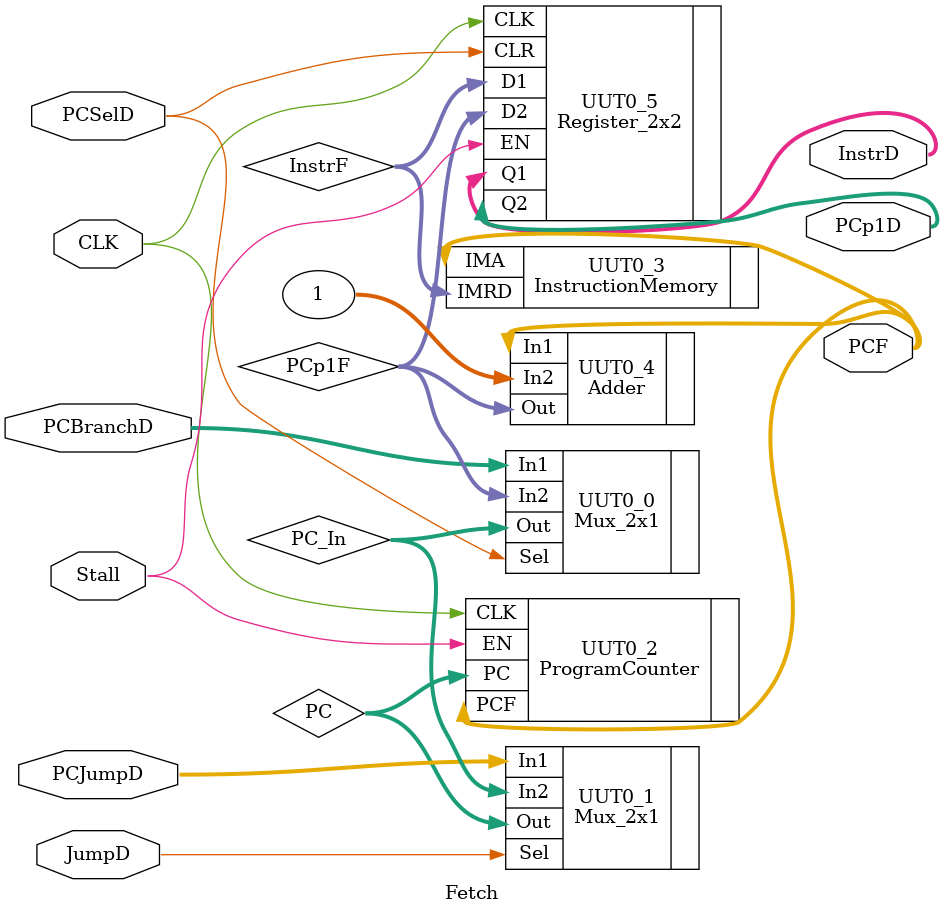
<source format=v>
`timescale 1ns / 1ps

module Fetch #(parameter AWL = 6, DWL = 32, DEPTH = 2**AWL)
              (input CLK, Stall,
               input PCSelD, JumpD,
               input [DWL-1:0] PCBranchD,
               input [DWL-1:0] PCJumpD,
               output [DWL-1:0] InstrD,
               output [DWL-1:0] PCp1D, PCF); 
               
wire [DWL-1:0] InstrF, PC_In, PC, PCp1F; 

               
Mux_2x1           #(.AWL(AWL), .DWL(DWL), .DEPTH(DEPTH))    
                  UUT0_0 (.In1(PCBranchD), .In2(PCp1F), 
                          .Sel(PCSelD), .Out(PC_In));
                          
Mux_2x1           #(.AWL(AWL), .DWL(DWL), .DEPTH(DEPTH))    
                  UUT0_1 (.In1(PCJumpD), .In2(PC_In), 
                          .Sel(JumpD), .Out(PC));
        
ProgramCounter    #(.AWL(AWL), .DWL(DWL), .DEPTH(DEPTH))    
                  UUT0_2 (.CLK(CLK), .EN(Stall), .PC(PC), .PCF(PCF)); 
        
InstructionMemory #(.AWL(AWL), .DWL(DWL), .DEPTH(DEPTH))    
                  UUT0_3 (.IMA(PCF), .IMRD(InstrF));    
        
Adder             #(.AWL(AWL), .DWL(DWL), .DEPTH(DEPTH))    
                  UUT0_4 (.In1(PCF), .In2(1), .Out(PCp1F));
        
Register_2x2      #(.AWL(AWL), .DWL(DWL), .DEPTH(DEPTH))    
                  UUT0_5 (.CLK(CLK), .EN(Stall), .CLR(PCSelD),
                          .D1(InstrF), .D2(PCp1F), 
                          .Q1(InstrD), .Q2(PCp1D));        
               
endmodule

</source>
